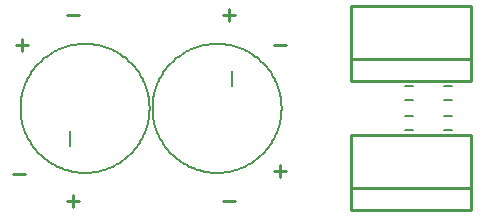
<source format=gto>
G75*
%MOIN*%
%OFA0B0*%
%FSLAX25Y25*%
%IPPOS*%
%LPD*%
%AMOC8*
5,1,8,0,0,1.08239X$1,22.5*
%
%ADD10C,0.01000*%
%ADD11C,0.00800*%
%ADD12C,0.00600*%
D10*
X0038500Y0013500D02*
X0042500Y0013500D01*
X0040500Y0015500D02*
X0040500Y0011500D01*
X0024500Y0022500D02*
X0020500Y0022500D01*
X0090500Y0013500D02*
X0094500Y0013500D01*
X0109500Y0021500D02*
X0109500Y0025500D01*
X0107500Y0023500D02*
X0111500Y0023500D01*
X0133000Y0018000D02*
X0173000Y0018000D01*
X0173000Y0010500D01*
X0133000Y0010500D01*
X0133000Y0018000D01*
X0133000Y0035500D01*
X0173000Y0035500D01*
X0173000Y0018000D01*
X0173000Y0053500D02*
X0133000Y0053500D01*
X0133000Y0061000D01*
X0173000Y0061000D01*
X0173000Y0053500D01*
X0173000Y0061000D02*
X0173000Y0078500D01*
X0133000Y0078500D01*
X0133000Y0061000D01*
X0111500Y0065500D02*
X0107500Y0065500D01*
X0092500Y0073500D02*
X0092500Y0077500D01*
X0090500Y0075500D02*
X0094500Y0075500D01*
X0042500Y0075500D02*
X0038500Y0075500D01*
X0023500Y0067500D02*
X0023500Y0063500D01*
X0021500Y0065500D02*
X0025500Y0065500D01*
D11*
X0023000Y0044500D02*
X0023006Y0045028D01*
X0023026Y0045555D01*
X0023058Y0046082D01*
X0023104Y0046607D01*
X0023162Y0047132D01*
X0023233Y0047655D01*
X0023317Y0048176D01*
X0023413Y0048694D01*
X0023522Y0049211D01*
X0023644Y0049724D01*
X0023779Y0050234D01*
X0023926Y0050741D01*
X0024085Y0051244D01*
X0024257Y0051743D01*
X0024441Y0052238D01*
X0024637Y0052728D01*
X0024844Y0053213D01*
X0025064Y0053692D01*
X0025296Y0054167D01*
X0025539Y0054635D01*
X0025793Y0055097D01*
X0026059Y0055553D01*
X0026336Y0056002D01*
X0026623Y0056445D01*
X0026922Y0056880D01*
X0027231Y0057308D01*
X0027551Y0057727D01*
X0027880Y0058139D01*
X0028220Y0058543D01*
X0028570Y0058939D01*
X0028929Y0059325D01*
X0029297Y0059703D01*
X0029675Y0060071D01*
X0030061Y0060430D01*
X0030457Y0060780D01*
X0030861Y0061120D01*
X0031273Y0061449D01*
X0031692Y0061769D01*
X0032120Y0062078D01*
X0032555Y0062377D01*
X0032998Y0062664D01*
X0033447Y0062941D01*
X0033903Y0063207D01*
X0034365Y0063461D01*
X0034833Y0063704D01*
X0035308Y0063936D01*
X0035787Y0064156D01*
X0036272Y0064363D01*
X0036762Y0064559D01*
X0037257Y0064743D01*
X0037756Y0064915D01*
X0038259Y0065074D01*
X0038766Y0065221D01*
X0039276Y0065356D01*
X0039789Y0065478D01*
X0040306Y0065587D01*
X0040824Y0065683D01*
X0041345Y0065767D01*
X0041868Y0065838D01*
X0042393Y0065896D01*
X0042918Y0065942D01*
X0043445Y0065974D01*
X0043972Y0065994D01*
X0044500Y0066000D01*
X0045028Y0065994D01*
X0045555Y0065974D01*
X0046082Y0065942D01*
X0046607Y0065896D01*
X0047132Y0065838D01*
X0047655Y0065767D01*
X0048176Y0065683D01*
X0048694Y0065587D01*
X0049211Y0065478D01*
X0049724Y0065356D01*
X0050234Y0065221D01*
X0050741Y0065074D01*
X0051244Y0064915D01*
X0051743Y0064743D01*
X0052238Y0064559D01*
X0052728Y0064363D01*
X0053213Y0064156D01*
X0053692Y0063936D01*
X0054167Y0063704D01*
X0054635Y0063461D01*
X0055097Y0063207D01*
X0055553Y0062941D01*
X0056002Y0062664D01*
X0056445Y0062377D01*
X0056880Y0062078D01*
X0057308Y0061769D01*
X0057727Y0061449D01*
X0058139Y0061120D01*
X0058543Y0060780D01*
X0058939Y0060430D01*
X0059325Y0060071D01*
X0059703Y0059703D01*
X0060071Y0059325D01*
X0060430Y0058939D01*
X0060780Y0058543D01*
X0061120Y0058139D01*
X0061449Y0057727D01*
X0061769Y0057308D01*
X0062078Y0056880D01*
X0062377Y0056445D01*
X0062664Y0056002D01*
X0062941Y0055553D01*
X0063207Y0055097D01*
X0063461Y0054635D01*
X0063704Y0054167D01*
X0063936Y0053692D01*
X0064156Y0053213D01*
X0064363Y0052728D01*
X0064559Y0052238D01*
X0064743Y0051743D01*
X0064915Y0051244D01*
X0065074Y0050741D01*
X0065221Y0050234D01*
X0065356Y0049724D01*
X0065478Y0049211D01*
X0065587Y0048694D01*
X0065683Y0048176D01*
X0065767Y0047655D01*
X0065838Y0047132D01*
X0065896Y0046607D01*
X0065942Y0046082D01*
X0065974Y0045555D01*
X0065994Y0045028D01*
X0066000Y0044500D01*
X0065994Y0043972D01*
X0065974Y0043445D01*
X0065942Y0042918D01*
X0065896Y0042393D01*
X0065838Y0041868D01*
X0065767Y0041345D01*
X0065683Y0040824D01*
X0065587Y0040306D01*
X0065478Y0039789D01*
X0065356Y0039276D01*
X0065221Y0038766D01*
X0065074Y0038259D01*
X0064915Y0037756D01*
X0064743Y0037257D01*
X0064559Y0036762D01*
X0064363Y0036272D01*
X0064156Y0035787D01*
X0063936Y0035308D01*
X0063704Y0034833D01*
X0063461Y0034365D01*
X0063207Y0033903D01*
X0062941Y0033447D01*
X0062664Y0032998D01*
X0062377Y0032555D01*
X0062078Y0032120D01*
X0061769Y0031692D01*
X0061449Y0031273D01*
X0061120Y0030861D01*
X0060780Y0030457D01*
X0060430Y0030061D01*
X0060071Y0029675D01*
X0059703Y0029297D01*
X0059325Y0028929D01*
X0058939Y0028570D01*
X0058543Y0028220D01*
X0058139Y0027880D01*
X0057727Y0027551D01*
X0057308Y0027231D01*
X0056880Y0026922D01*
X0056445Y0026623D01*
X0056002Y0026336D01*
X0055553Y0026059D01*
X0055097Y0025793D01*
X0054635Y0025539D01*
X0054167Y0025296D01*
X0053692Y0025064D01*
X0053213Y0024844D01*
X0052728Y0024637D01*
X0052238Y0024441D01*
X0051743Y0024257D01*
X0051244Y0024085D01*
X0050741Y0023926D01*
X0050234Y0023779D01*
X0049724Y0023644D01*
X0049211Y0023522D01*
X0048694Y0023413D01*
X0048176Y0023317D01*
X0047655Y0023233D01*
X0047132Y0023162D01*
X0046607Y0023104D01*
X0046082Y0023058D01*
X0045555Y0023026D01*
X0045028Y0023006D01*
X0044500Y0023000D01*
X0043972Y0023006D01*
X0043445Y0023026D01*
X0042918Y0023058D01*
X0042393Y0023104D01*
X0041868Y0023162D01*
X0041345Y0023233D01*
X0040824Y0023317D01*
X0040306Y0023413D01*
X0039789Y0023522D01*
X0039276Y0023644D01*
X0038766Y0023779D01*
X0038259Y0023926D01*
X0037756Y0024085D01*
X0037257Y0024257D01*
X0036762Y0024441D01*
X0036272Y0024637D01*
X0035787Y0024844D01*
X0035308Y0025064D01*
X0034833Y0025296D01*
X0034365Y0025539D01*
X0033903Y0025793D01*
X0033447Y0026059D01*
X0032998Y0026336D01*
X0032555Y0026623D01*
X0032120Y0026922D01*
X0031692Y0027231D01*
X0031273Y0027551D01*
X0030861Y0027880D01*
X0030457Y0028220D01*
X0030061Y0028570D01*
X0029675Y0028929D01*
X0029297Y0029297D01*
X0028929Y0029675D01*
X0028570Y0030061D01*
X0028220Y0030457D01*
X0027880Y0030861D01*
X0027551Y0031273D01*
X0027231Y0031692D01*
X0026922Y0032120D01*
X0026623Y0032555D01*
X0026336Y0032998D01*
X0026059Y0033447D01*
X0025793Y0033903D01*
X0025539Y0034365D01*
X0025296Y0034833D01*
X0025064Y0035308D01*
X0024844Y0035787D01*
X0024637Y0036272D01*
X0024441Y0036762D01*
X0024257Y0037257D01*
X0024085Y0037756D01*
X0023926Y0038259D01*
X0023779Y0038766D01*
X0023644Y0039276D01*
X0023522Y0039789D01*
X0023413Y0040306D01*
X0023317Y0040824D01*
X0023233Y0041345D01*
X0023162Y0041868D01*
X0023104Y0042393D01*
X0023058Y0042918D01*
X0023026Y0043445D01*
X0023006Y0043972D01*
X0023000Y0044500D01*
X0039500Y0037000D02*
X0039500Y0032000D01*
X0067000Y0044500D02*
X0067006Y0045028D01*
X0067026Y0045555D01*
X0067058Y0046082D01*
X0067104Y0046607D01*
X0067162Y0047132D01*
X0067233Y0047655D01*
X0067317Y0048176D01*
X0067413Y0048694D01*
X0067522Y0049211D01*
X0067644Y0049724D01*
X0067779Y0050234D01*
X0067926Y0050741D01*
X0068085Y0051244D01*
X0068257Y0051743D01*
X0068441Y0052238D01*
X0068637Y0052728D01*
X0068844Y0053213D01*
X0069064Y0053692D01*
X0069296Y0054167D01*
X0069539Y0054635D01*
X0069793Y0055097D01*
X0070059Y0055553D01*
X0070336Y0056002D01*
X0070623Y0056445D01*
X0070922Y0056880D01*
X0071231Y0057308D01*
X0071551Y0057727D01*
X0071880Y0058139D01*
X0072220Y0058543D01*
X0072570Y0058939D01*
X0072929Y0059325D01*
X0073297Y0059703D01*
X0073675Y0060071D01*
X0074061Y0060430D01*
X0074457Y0060780D01*
X0074861Y0061120D01*
X0075273Y0061449D01*
X0075692Y0061769D01*
X0076120Y0062078D01*
X0076555Y0062377D01*
X0076998Y0062664D01*
X0077447Y0062941D01*
X0077903Y0063207D01*
X0078365Y0063461D01*
X0078833Y0063704D01*
X0079308Y0063936D01*
X0079787Y0064156D01*
X0080272Y0064363D01*
X0080762Y0064559D01*
X0081257Y0064743D01*
X0081756Y0064915D01*
X0082259Y0065074D01*
X0082766Y0065221D01*
X0083276Y0065356D01*
X0083789Y0065478D01*
X0084306Y0065587D01*
X0084824Y0065683D01*
X0085345Y0065767D01*
X0085868Y0065838D01*
X0086393Y0065896D01*
X0086918Y0065942D01*
X0087445Y0065974D01*
X0087972Y0065994D01*
X0088500Y0066000D01*
X0089028Y0065994D01*
X0089555Y0065974D01*
X0090082Y0065942D01*
X0090607Y0065896D01*
X0091132Y0065838D01*
X0091655Y0065767D01*
X0092176Y0065683D01*
X0092694Y0065587D01*
X0093211Y0065478D01*
X0093724Y0065356D01*
X0094234Y0065221D01*
X0094741Y0065074D01*
X0095244Y0064915D01*
X0095743Y0064743D01*
X0096238Y0064559D01*
X0096728Y0064363D01*
X0097213Y0064156D01*
X0097692Y0063936D01*
X0098167Y0063704D01*
X0098635Y0063461D01*
X0099097Y0063207D01*
X0099553Y0062941D01*
X0100002Y0062664D01*
X0100445Y0062377D01*
X0100880Y0062078D01*
X0101308Y0061769D01*
X0101727Y0061449D01*
X0102139Y0061120D01*
X0102543Y0060780D01*
X0102939Y0060430D01*
X0103325Y0060071D01*
X0103703Y0059703D01*
X0104071Y0059325D01*
X0104430Y0058939D01*
X0104780Y0058543D01*
X0105120Y0058139D01*
X0105449Y0057727D01*
X0105769Y0057308D01*
X0106078Y0056880D01*
X0106377Y0056445D01*
X0106664Y0056002D01*
X0106941Y0055553D01*
X0107207Y0055097D01*
X0107461Y0054635D01*
X0107704Y0054167D01*
X0107936Y0053692D01*
X0108156Y0053213D01*
X0108363Y0052728D01*
X0108559Y0052238D01*
X0108743Y0051743D01*
X0108915Y0051244D01*
X0109074Y0050741D01*
X0109221Y0050234D01*
X0109356Y0049724D01*
X0109478Y0049211D01*
X0109587Y0048694D01*
X0109683Y0048176D01*
X0109767Y0047655D01*
X0109838Y0047132D01*
X0109896Y0046607D01*
X0109942Y0046082D01*
X0109974Y0045555D01*
X0109994Y0045028D01*
X0110000Y0044500D01*
X0109994Y0043972D01*
X0109974Y0043445D01*
X0109942Y0042918D01*
X0109896Y0042393D01*
X0109838Y0041868D01*
X0109767Y0041345D01*
X0109683Y0040824D01*
X0109587Y0040306D01*
X0109478Y0039789D01*
X0109356Y0039276D01*
X0109221Y0038766D01*
X0109074Y0038259D01*
X0108915Y0037756D01*
X0108743Y0037257D01*
X0108559Y0036762D01*
X0108363Y0036272D01*
X0108156Y0035787D01*
X0107936Y0035308D01*
X0107704Y0034833D01*
X0107461Y0034365D01*
X0107207Y0033903D01*
X0106941Y0033447D01*
X0106664Y0032998D01*
X0106377Y0032555D01*
X0106078Y0032120D01*
X0105769Y0031692D01*
X0105449Y0031273D01*
X0105120Y0030861D01*
X0104780Y0030457D01*
X0104430Y0030061D01*
X0104071Y0029675D01*
X0103703Y0029297D01*
X0103325Y0028929D01*
X0102939Y0028570D01*
X0102543Y0028220D01*
X0102139Y0027880D01*
X0101727Y0027551D01*
X0101308Y0027231D01*
X0100880Y0026922D01*
X0100445Y0026623D01*
X0100002Y0026336D01*
X0099553Y0026059D01*
X0099097Y0025793D01*
X0098635Y0025539D01*
X0098167Y0025296D01*
X0097692Y0025064D01*
X0097213Y0024844D01*
X0096728Y0024637D01*
X0096238Y0024441D01*
X0095743Y0024257D01*
X0095244Y0024085D01*
X0094741Y0023926D01*
X0094234Y0023779D01*
X0093724Y0023644D01*
X0093211Y0023522D01*
X0092694Y0023413D01*
X0092176Y0023317D01*
X0091655Y0023233D01*
X0091132Y0023162D01*
X0090607Y0023104D01*
X0090082Y0023058D01*
X0089555Y0023026D01*
X0089028Y0023006D01*
X0088500Y0023000D01*
X0087972Y0023006D01*
X0087445Y0023026D01*
X0086918Y0023058D01*
X0086393Y0023104D01*
X0085868Y0023162D01*
X0085345Y0023233D01*
X0084824Y0023317D01*
X0084306Y0023413D01*
X0083789Y0023522D01*
X0083276Y0023644D01*
X0082766Y0023779D01*
X0082259Y0023926D01*
X0081756Y0024085D01*
X0081257Y0024257D01*
X0080762Y0024441D01*
X0080272Y0024637D01*
X0079787Y0024844D01*
X0079308Y0025064D01*
X0078833Y0025296D01*
X0078365Y0025539D01*
X0077903Y0025793D01*
X0077447Y0026059D01*
X0076998Y0026336D01*
X0076555Y0026623D01*
X0076120Y0026922D01*
X0075692Y0027231D01*
X0075273Y0027551D01*
X0074861Y0027880D01*
X0074457Y0028220D01*
X0074061Y0028570D01*
X0073675Y0028929D01*
X0073297Y0029297D01*
X0072929Y0029675D01*
X0072570Y0030061D01*
X0072220Y0030457D01*
X0071880Y0030861D01*
X0071551Y0031273D01*
X0071231Y0031692D01*
X0070922Y0032120D01*
X0070623Y0032555D01*
X0070336Y0032998D01*
X0070059Y0033447D01*
X0069793Y0033903D01*
X0069539Y0034365D01*
X0069296Y0034833D01*
X0069064Y0035308D01*
X0068844Y0035787D01*
X0068637Y0036272D01*
X0068441Y0036762D01*
X0068257Y0037257D01*
X0068085Y0037756D01*
X0067926Y0038259D01*
X0067779Y0038766D01*
X0067644Y0039276D01*
X0067522Y0039789D01*
X0067413Y0040306D01*
X0067317Y0040824D01*
X0067233Y0041345D01*
X0067162Y0041868D01*
X0067104Y0042393D01*
X0067058Y0042918D01*
X0067026Y0043445D01*
X0067006Y0043972D01*
X0067000Y0044500D01*
X0093500Y0052000D02*
X0093500Y0057000D01*
D12*
X0151319Y0051862D02*
X0153681Y0051862D01*
X0153681Y0047138D02*
X0151319Y0047138D01*
X0151319Y0041862D02*
X0153681Y0041862D01*
X0153681Y0037138D02*
X0151319Y0037138D01*
X0164319Y0037138D02*
X0166681Y0037138D01*
X0166681Y0041862D02*
X0164319Y0041862D01*
X0164319Y0047138D02*
X0166681Y0047138D01*
X0166681Y0051862D02*
X0164319Y0051862D01*
M02*

</source>
